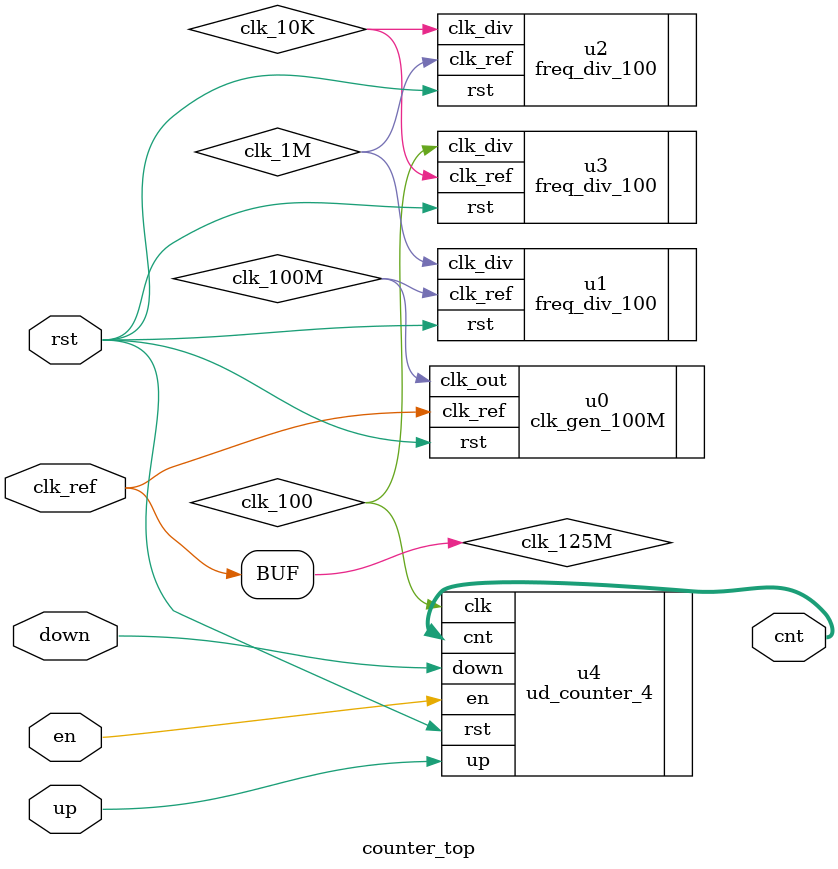
<source format=v>
`timescale 1ns / 1ps

module counter_top(
    input   clk_ref,
    input   rst,
    input   en,
    input   up,
    input   down,
    output  [3:0] cnt
    );

    wire    clk_125M = clk_ref;
    wire    clk_100M, clk_1M, clk_10K, clk_100;

    clk_gen_100M u0 (.clk_ref(clk_125M), .rst(rst), .clk_out(clk_100M));
    freq_div_100 u1 (.clk_ref(clk_100M), .rst(rst), .clk_div(clk_1M));
    freq_div_100 u2 (.clk_ref(clk_1M), .rst(rst), .clk_div(clk_10K));
    freq_div_100 u3 (.clk_ref(clk_10K), .rst(rst), .clk_div(clk_100));
    ud_counter_4 u4 (.clk(clk_100), .rst(rst), .en(en), .up(up), .down(down), .cnt(cnt));
endmodule

</source>
